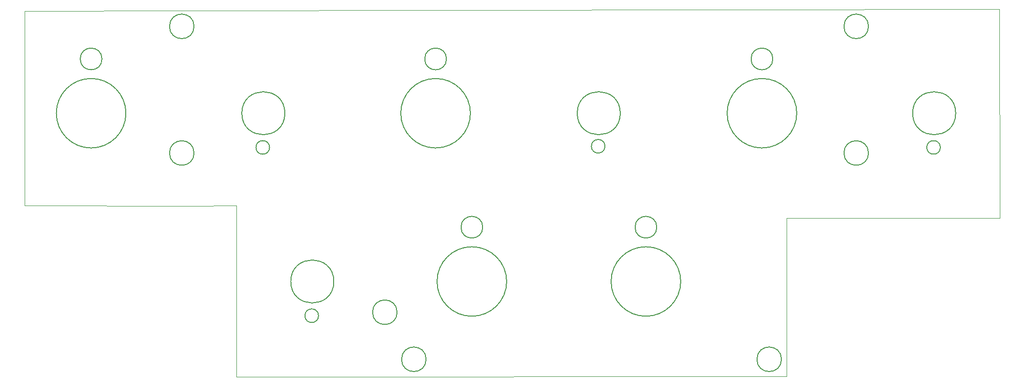
<source format=gbr>
%TF.GenerationSoftware,KiCad,Pcbnew,(6.0.9)*%
%TF.CreationDate,2022-12-26T18:11:15-09:00*%
%TF.ProjectId,PCB_ HUD PANEL,5043422c-2048-4554-9420-50414e454c2e,rev?*%
%TF.SameCoordinates,Original*%
%TF.FileFunction,Profile,NP*%
%FSLAX46Y46*%
G04 Gerber Fmt 4.6, Leading zero omitted, Abs format (unit mm)*
G04 Created by KiCad (PCBNEW (6.0.9)) date 2022-12-26 18:11:15*
%MOMM*%
%LPD*%
G01*
G04 APERTURE LIST*
%TA.AperFunction,Profile*%
%ADD10C,0.050000*%
%TD*%
%TA.AperFunction,Profile*%
%ADD11C,0.200000*%
%TD*%
G04 APERTURE END LIST*
D10*
X238404400Y-38252400D02*
X95199200Y-38455600D01*
D11*
X230782812Y-56489600D02*
G75*
G03*
X230782812Y-56489600I-3770312J0D01*
G01*
X121880313Y-86017099D02*
G75*
G03*
X121880313Y-86017099I-3770313J0D01*
G01*
X198755000Y-46964600D02*
G75*
G03*
X198755000Y-46964600I-1905000J0D01*
G01*
X119196122Y-92016189D02*
G75*
G03*
X119196122Y-92016189I-1190625J0D01*
G01*
X81280000Y-46964600D02*
G75*
G03*
X81280000Y-46964600I-1905000J0D01*
G01*
X147955001Y-76492099D02*
G75*
G03*
X147955001Y-76492099I-1905001J0D01*
G01*
X97402650Y-41249600D02*
G75*
G03*
X97402650Y-41249600I-2152650J0D01*
G01*
X152146000Y-86017099D02*
G75*
G03*
X152146000Y-86017099I-6096000J0D01*
G01*
X113307813Y-56489600D02*
G75*
G03*
X113307813Y-56489600I-3770313J0D01*
G01*
X172045312Y-56489600D02*
G75*
G03*
X172045312Y-56489600I-3770312J0D01*
G01*
D10*
X95199200Y-38455600D02*
X67716400Y-38557200D01*
X238506000Y-74879200D02*
X238404400Y-38252400D01*
D11*
X85471001Y-56489600D02*
G75*
G03*
X85471001Y-56489600I-6096001J0D01*
G01*
D10*
X104800400Y-72694800D02*
X104851200Y-102717600D01*
X67716400Y-38557200D02*
X67716400Y-72694800D01*
D11*
X215512649Y-63474600D02*
G75*
G03*
X215512649Y-63474600I-2152649J0D01*
G01*
X138042650Y-99669599D02*
G75*
G03*
X138042650Y-99669599I-2152650J0D01*
G01*
X202946000Y-56489600D02*
G75*
G03*
X202946000Y-56489600I-6096000J0D01*
G01*
D10*
X67716400Y-72694800D02*
X96672400Y-72745600D01*
D11*
X97402650Y-63474600D02*
G75*
G03*
X97402650Y-63474600I-2152650J0D01*
G01*
X141605000Y-46964600D02*
G75*
G03*
X141605000Y-46964600I-1905000J0D01*
G01*
D10*
X201168000Y-102666800D02*
X201168000Y-74879200D01*
D11*
X132962650Y-91414599D02*
G75*
G03*
X132962650Y-91414599I-2152650J0D01*
G01*
X178434999Y-76492099D02*
G75*
G03*
X178434999Y-76492099I-1904999J0D01*
G01*
X200272650Y-99669599D02*
G75*
G03*
X200272650Y-99669599I-2152650J0D01*
G01*
X215512650Y-41249600D02*
G75*
G03*
X215512650Y-41249600I-2152650J0D01*
G01*
X110623622Y-62488690D02*
G75*
G03*
X110623622Y-62488690I-1190625J0D01*
G01*
X169364605Y-62288721D02*
G75*
G03*
X169364605Y-62288721I-1190625J0D01*
G01*
X182625999Y-86017099D02*
G75*
G03*
X182625999Y-86017099I-6095999J0D01*
G01*
D10*
X201168000Y-74879200D02*
X238506000Y-74879200D01*
D11*
X228098621Y-62488690D02*
G75*
G03*
X228098621Y-62488690I-1190625J0D01*
G01*
D10*
X104851200Y-102717600D02*
X201168000Y-102666800D01*
D11*
X145796000Y-56489600D02*
G75*
G03*
X145796000Y-56489600I-6096000J0D01*
G01*
D10*
X96672400Y-72745600D02*
X104800400Y-72694800D01*
M02*

</source>
